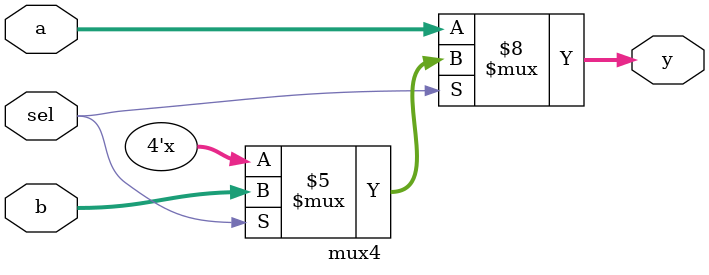
<source format=v>
module mux4(a, b, sel, y);
input [3:0] a, b;
input sel;
output [3:0] y;

wire [3:0] a, b;
wire sel;
reg [3:0] y;

always @(a, b, sel) begin
  if (sel == 1'b0)
    y <= a;
  else if (sel == 1'b1)
    y <= b;
  else
    y <= 4'bxxxx;
end

endmodule

</source>
